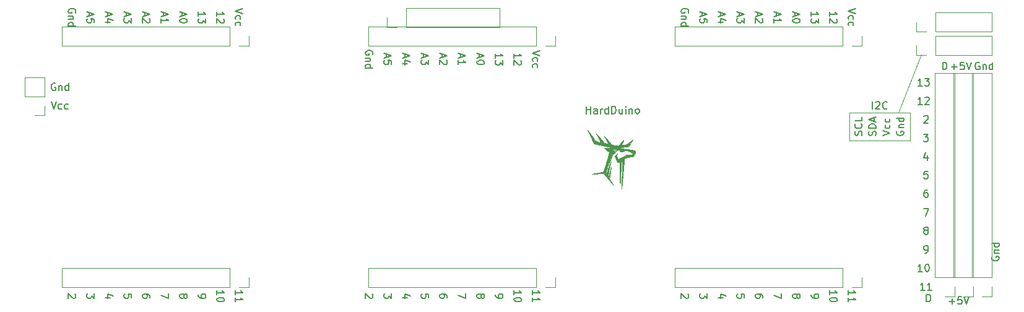
<source format=gbr>
G04 #@! TF.GenerationSoftware,KiCad,Pcbnew,(5.1.8)-1*
G04 #@! TF.CreationDate,2020-11-11T23:30:57+03:00*
G04 #@! TF.ProjectId,h3xSv2,68337853-7632-42e6-9b69-6361645f7063,rev?*
G04 #@! TF.SameCoordinates,Original*
G04 #@! TF.FileFunction,Legend,Top*
G04 #@! TF.FilePolarity,Positive*
%FSLAX46Y46*%
G04 Gerber Fmt 4.6, Leading zero omitted, Abs format (unit mm)*
G04 Created by KiCad (PCBNEW (5.1.8)-1) date 2020-11-11 23:30:57*
%MOMM*%
%LPD*%
G01*
G04 APERTURE LIST*
%ADD10C,0.150000*%
%ADD11C,0.120000*%
%ADD12C,0.100000*%
G04 APERTURE END LIST*
D10*
X162615595Y-64269880D02*
X162615595Y-63269880D01*
X162853690Y-63269880D01*
X162996547Y-63317500D01*
X163091785Y-63412738D01*
X163139404Y-63507976D01*
X163187023Y-63698452D01*
X163187023Y-63841309D01*
X163139404Y-64031785D01*
X163091785Y-64127023D01*
X162996547Y-64222261D01*
X162853690Y-64269880D01*
X162615595Y-64269880D01*
X165719285Y-64206428D02*
X166481190Y-64206428D01*
X166100238Y-64587380D02*
X166100238Y-63825476D01*
X167433571Y-63587380D02*
X166957380Y-63587380D01*
X166909761Y-64063571D01*
X166957380Y-64015952D01*
X167052619Y-63968333D01*
X167290714Y-63968333D01*
X167385952Y-64015952D01*
X167433571Y-64063571D01*
X167481190Y-64158809D01*
X167481190Y-64396904D01*
X167433571Y-64492142D01*
X167385952Y-64539761D01*
X167290714Y-64587380D01*
X167052619Y-64587380D01*
X166957380Y-64539761D01*
X166909761Y-64492142D01*
X167766904Y-63587380D02*
X168100238Y-64587380D01*
X168433571Y-63587380D01*
X171585000Y-58110357D02*
X171537380Y-58205595D01*
X171537380Y-58348452D01*
X171585000Y-58491309D01*
X171680238Y-58586547D01*
X171775476Y-58634166D01*
X171965952Y-58681785D01*
X172108809Y-58681785D01*
X172299285Y-58634166D01*
X172394523Y-58586547D01*
X172489761Y-58491309D01*
X172537380Y-58348452D01*
X172537380Y-58253214D01*
X172489761Y-58110357D01*
X172442142Y-58062738D01*
X172108809Y-58062738D01*
X172108809Y-58253214D01*
X171870714Y-57634166D02*
X172537380Y-57634166D01*
X171965952Y-57634166D02*
X171918333Y-57586547D01*
X171870714Y-57491309D01*
X171870714Y-57348452D01*
X171918333Y-57253214D01*
X172013571Y-57205595D01*
X172537380Y-57205595D01*
X172537380Y-56300833D02*
X171537380Y-56300833D01*
X172489761Y-56300833D02*
X172537380Y-56396071D01*
X172537380Y-56586547D01*
X172489761Y-56681785D01*
X172442142Y-56729404D01*
X172346904Y-56777023D01*
X172061190Y-56777023D01*
X171965952Y-56729404D01*
X171918333Y-56681785D01*
X171870714Y-56586547D01*
X171870714Y-56396071D01*
X171918333Y-56300833D01*
X65587619Y-25209523D02*
X65587619Y-24638095D01*
X65587619Y-24923809D02*
X66587619Y-24923809D01*
X66444761Y-24828571D01*
X66349523Y-24733333D01*
X66301904Y-24638095D01*
X66492380Y-25590476D02*
X66540000Y-25638095D01*
X66587619Y-25733333D01*
X66587619Y-25971428D01*
X66540000Y-26066666D01*
X66492380Y-26114285D01*
X66397142Y-26161904D01*
X66301904Y-26161904D01*
X66159047Y-26114285D01*
X65587619Y-25542857D01*
X65587619Y-26161904D01*
X63047619Y-25209523D02*
X63047619Y-24638095D01*
X63047619Y-24923809D02*
X64047619Y-24923809D01*
X63904761Y-24828571D01*
X63809523Y-24733333D01*
X63761904Y-24638095D01*
X64047619Y-25542857D02*
X64047619Y-26161904D01*
X63666666Y-25828571D01*
X63666666Y-25971428D01*
X63619047Y-26066666D01*
X63571428Y-26114285D01*
X63476190Y-26161904D01*
X63238095Y-26161904D01*
X63142857Y-26114285D01*
X63095238Y-26066666D01*
X63047619Y-25971428D01*
X63047619Y-25685714D01*
X63095238Y-25590476D01*
X63142857Y-25542857D01*
X69127619Y-24209523D02*
X68127619Y-24542857D01*
X69127619Y-24876190D01*
X68175238Y-25638095D02*
X68127619Y-25542857D01*
X68127619Y-25352380D01*
X68175238Y-25257142D01*
X68222857Y-25209523D01*
X68318095Y-25161904D01*
X68603809Y-25161904D01*
X68699047Y-25209523D01*
X68746666Y-25257142D01*
X68794285Y-25352380D01*
X68794285Y-25542857D01*
X68746666Y-25638095D01*
X68175238Y-26495238D02*
X68127619Y-26400000D01*
X68127619Y-26209523D01*
X68175238Y-26114285D01*
X68222857Y-26066666D01*
X68318095Y-26019047D01*
X68603809Y-26019047D01*
X68699047Y-26066666D01*
X68746666Y-26114285D01*
X68794285Y-26209523D01*
X68794285Y-26400000D01*
X68746666Y-26495238D01*
X60793333Y-24685714D02*
X60793333Y-25161904D01*
X60507619Y-24590476D02*
X61507619Y-24923809D01*
X60507619Y-25257142D01*
X61507619Y-25780952D02*
X61507619Y-25876190D01*
X61460000Y-25971428D01*
X61412380Y-26019047D01*
X61317142Y-26066666D01*
X61126666Y-26114285D01*
X60888571Y-26114285D01*
X60698095Y-26066666D01*
X60602857Y-26019047D01*
X60555238Y-25971428D01*
X60507619Y-25876190D01*
X60507619Y-25780952D01*
X60555238Y-25685714D01*
X60602857Y-25638095D01*
X60698095Y-25590476D01*
X60888571Y-25542857D01*
X61126666Y-25542857D01*
X61317142Y-25590476D01*
X61412380Y-25638095D01*
X61460000Y-25685714D01*
X61507619Y-25780952D01*
X58253333Y-24685714D02*
X58253333Y-25161904D01*
X57967619Y-24590476D02*
X58967619Y-24923809D01*
X57967619Y-25257142D01*
X57967619Y-26114285D02*
X57967619Y-25542857D01*
X57967619Y-25828571D02*
X58967619Y-25828571D01*
X58824761Y-25733333D01*
X58729523Y-25638095D01*
X58681904Y-25542857D01*
X55713333Y-24685714D02*
X55713333Y-25161904D01*
X55427619Y-24590476D02*
X56427619Y-24923809D01*
X55427619Y-25257142D01*
X56332380Y-25542857D02*
X56380000Y-25590476D01*
X56427619Y-25685714D01*
X56427619Y-25923809D01*
X56380000Y-26019047D01*
X56332380Y-26066666D01*
X56237142Y-26114285D01*
X56141904Y-26114285D01*
X55999047Y-26066666D01*
X55427619Y-25495238D01*
X55427619Y-26114285D01*
X53173333Y-24685714D02*
X53173333Y-25161904D01*
X52887619Y-24590476D02*
X53887619Y-24923809D01*
X52887619Y-25257142D01*
X53887619Y-25495238D02*
X53887619Y-26114285D01*
X53506666Y-25780952D01*
X53506666Y-25923809D01*
X53459047Y-26019047D01*
X53411428Y-26066666D01*
X53316190Y-26114285D01*
X53078095Y-26114285D01*
X52982857Y-26066666D01*
X52935238Y-26019047D01*
X52887619Y-25923809D01*
X52887619Y-25638095D01*
X52935238Y-25542857D01*
X52982857Y-25495238D01*
X50633333Y-24685714D02*
X50633333Y-25161904D01*
X50347619Y-24590476D02*
X51347619Y-24923809D01*
X50347619Y-25257142D01*
X51014285Y-26019047D02*
X50347619Y-26019047D01*
X51395238Y-25780952D02*
X50680952Y-25542857D01*
X50680952Y-26161904D01*
X48093333Y-24685714D02*
X48093333Y-25161904D01*
X47807619Y-24590476D02*
X48807619Y-24923809D01*
X47807619Y-25257142D01*
X48807619Y-26066666D02*
X48807619Y-25590476D01*
X48331428Y-25542857D01*
X48379047Y-25590476D01*
X48426666Y-25685714D01*
X48426666Y-25923809D01*
X48379047Y-26019047D01*
X48331428Y-26066666D01*
X48236190Y-26114285D01*
X47998095Y-26114285D01*
X47902857Y-26066666D01*
X47855238Y-26019047D01*
X47807619Y-25923809D01*
X47807619Y-25685714D01*
X47855238Y-25590476D01*
X47902857Y-25542857D01*
X46220000Y-24757142D02*
X46267619Y-24661904D01*
X46267619Y-24519047D01*
X46220000Y-24376190D01*
X46124761Y-24280952D01*
X46029523Y-24233333D01*
X45839047Y-24185714D01*
X45696190Y-24185714D01*
X45505714Y-24233333D01*
X45410476Y-24280952D01*
X45315238Y-24376190D01*
X45267619Y-24519047D01*
X45267619Y-24614285D01*
X45315238Y-24757142D01*
X45362857Y-24804761D01*
X45696190Y-24804761D01*
X45696190Y-24614285D01*
X45934285Y-25233333D02*
X45267619Y-25233333D01*
X45839047Y-25233333D02*
X45886666Y-25280952D01*
X45934285Y-25376190D01*
X45934285Y-25519047D01*
X45886666Y-25614285D01*
X45791428Y-25661904D01*
X45267619Y-25661904D01*
X45267619Y-26566666D02*
X46267619Y-26566666D01*
X45315238Y-26566666D02*
X45267619Y-26471428D01*
X45267619Y-26280952D01*
X45315238Y-26185714D01*
X45362857Y-26138095D01*
X45458095Y-26090476D01*
X45743809Y-26090476D01*
X45839047Y-26138095D01*
X45886666Y-26185714D01*
X45934285Y-26280952D01*
X45934285Y-26471428D01*
X45886666Y-26566666D01*
X68127619Y-63309523D02*
X68127619Y-62738095D01*
X68127619Y-63023809D02*
X69127619Y-63023809D01*
X68984761Y-62928571D01*
X68889523Y-62833333D01*
X68841904Y-62738095D01*
X68127619Y-64261904D02*
X68127619Y-63690476D01*
X68127619Y-63976190D02*
X69127619Y-63976190D01*
X68984761Y-63880952D01*
X68889523Y-63785714D01*
X68841904Y-63690476D01*
X65587619Y-63309523D02*
X65587619Y-62738095D01*
X65587619Y-63023809D02*
X66587619Y-63023809D01*
X66444761Y-62928571D01*
X66349523Y-62833333D01*
X66301904Y-62738095D01*
X66587619Y-63928571D02*
X66587619Y-64023809D01*
X66540000Y-64119047D01*
X66492380Y-64166666D01*
X66397142Y-64214285D01*
X66206666Y-64261904D01*
X65968571Y-64261904D01*
X65778095Y-64214285D01*
X65682857Y-64166666D01*
X65635238Y-64119047D01*
X65587619Y-64023809D01*
X65587619Y-63928571D01*
X65635238Y-63833333D01*
X65682857Y-63785714D01*
X65778095Y-63738095D01*
X65968571Y-63690476D01*
X66206666Y-63690476D01*
X66397142Y-63738095D01*
X66492380Y-63785714D01*
X66540000Y-63833333D01*
X66587619Y-63928571D01*
X63047619Y-63309523D02*
X63047619Y-63500000D01*
X63095238Y-63595238D01*
X63142857Y-63642857D01*
X63285714Y-63738095D01*
X63476190Y-63785714D01*
X63857142Y-63785714D01*
X63952380Y-63738095D01*
X64000000Y-63690476D01*
X64047619Y-63595238D01*
X64047619Y-63404761D01*
X64000000Y-63309523D01*
X63952380Y-63261904D01*
X63857142Y-63214285D01*
X63619047Y-63214285D01*
X63523809Y-63261904D01*
X63476190Y-63309523D01*
X63428571Y-63404761D01*
X63428571Y-63595238D01*
X63476190Y-63690476D01*
X63523809Y-63738095D01*
X63619047Y-63785714D01*
X61079047Y-63404761D02*
X61126666Y-63309523D01*
X61174285Y-63261904D01*
X61269523Y-63214285D01*
X61317142Y-63214285D01*
X61412380Y-63261904D01*
X61460000Y-63309523D01*
X61507619Y-63404761D01*
X61507619Y-63595238D01*
X61460000Y-63690476D01*
X61412380Y-63738095D01*
X61317142Y-63785714D01*
X61269523Y-63785714D01*
X61174285Y-63738095D01*
X61126666Y-63690476D01*
X61079047Y-63595238D01*
X61079047Y-63404761D01*
X61031428Y-63309523D01*
X60983809Y-63261904D01*
X60888571Y-63214285D01*
X60698095Y-63214285D01*
X60602857Y-63261904D01*
X60555238Y-63309523D01*
X60507619Y-63404761D01*
X60507619Y-63595238D01*
X60555238Y-63690476D01*
X60602857Y-63738095D01*
X60698095Y-63785714D01*
X60888571Y-63785714D01*
X60983809Y-63738095D01*
X61031428Y-63690476D01*
X61079047Y-63595238D01*
X58967619Y-63166666D02*
X58967619Y-63833333D01*
X57967619Y-63404761D01*
X56427619Y-63690476D02*
X56427619Y-63500000D01*
X56380000Y-63404761D01*
X56332380Y-63357142D01*
X56189523Y-63261904D01*
X55999047Y-63214285D01*
X55618095Y-63214285D01*
X55522857Y-63261904D01*
X55475238Y-63309523D01*
X55427619Y-63404761D01*
X55427619Y-63595238D01*
X55475238Y-63690476D01*
X55522857Y-63738095D01*
X55618095Y-63785714D01*
X55856190Y-63785714D01*
X55951428Y-63738095D01*
X55999047Y-63690476D01*
X56046666Y-63595238D01*
X56046666Y-63404761D01*
X55999047Y-63309523D01*
X55951428Y-63261904D01*
X55856190Y-63214285D01*
X53887619Y-63738095D02*
X53887619Y-63261904D01*
X53411428Y-63214285D01*
X53459047Y-63261904D01*
X53506666Y-63357142D01*
X53506666Y-63595238D01*
X53459047Y-63690476D01*
X53411428Y-63738095D01*
X53316190Y-63785714D01*
X53078095Y-63785714D01*
X52982857Y-63738095D01*
X52935238Y-63690476D01*
X52887619Y-63595238D01*
X52887619Y-63357142D01*
X52935238Y-63261904D01*
X52982857Y-63214285D01*
X51014285Y-63690476D02*
X50347619Y-63690476D01*
X51395238Y-63452380D02*
X50680952Y-63214285D01*
X50680952Y-63833333D01*
X48807619Y-63166666D02*
X48807619Y-63785714D01*
X48426666Y-63452380D01*
X48426666Y-63595238D01*
X48379047Y-63690476D01*
X48331428Y-63738095D01*
X48236190Y-63785714D01*
X47998095Y-63785714D01*
X47902857Y-63738095D01*
X47855238Y-63690476D01*
X47807619Y-63595238D01*
X47807619Y-63309523D01*
X47855238Y-63214285D01*
X47902857Y-63166666D01*
X46172380Y-63214285D02*
X46220000Y-63261904D01*
X46267619Y-63357142D01*
X46267619Y-63595238D01*
X46220000Y-63690476D01*
X46172380Y-63738095D01*
X46077142Y-63785714D01*
X45981904Y-63785714D01*
X45839047Y-63738095D01*
X45267619Y-63166666D01*
X45267619Y-63785714D01*
X162052023Y-60142380D02*
X161480595Y-60142380D01*
X161766309Y-60142380D02*
X161766309Y-59142380D01*
X161671071Y-59285238D01*
X161575833Y-59380476D01*
X161480595Y-59428095D01*
X162671071Y-59142380D02*
X162766309Y-59142380D01*
X162861547Y-59190000D01*
X162909166Y-59237619D01*
X162956785Y-59332857D01*
X163004404Y-59523333D01*
X163004404Y-59761428D01*
X162956785Y-59951904D01*
X162909166Y-60047142D01*
X162861547Y-60094761D01*
X162766309Y-60142380D01*
X162671071Y-60142380D01*
X162575833Y-60094761D01*
X162528214Y-60047142D01*
X162480595Y-59951904D01*
X162432976Y-59761428D01*
X162432976Y-59523333D01*
X162480595Y-59332857D01*
X162528214Y-59237619D01*
X162575833Y-59190000D01*
X162671071Y-59142380D01*
X162369523Y-57602380D02*
X162560000Y-57602380D01*
X162655238Y-57554761D01*
X162702857Y-57507142D01*
X162798095Y-57364285D01*
X162845714Y-57173809D01*
X162845714Y-56792857D01*
X162798095Y-56697619D01*
X162750476Y-56650000D01*
X162655238Y-56602380D01*
X162464761Y-56602380D01*
X162369523Y-56650000D01*
X162321904Y-56697619D01*
X162274285Y-56792857D01*
X162274285Y-57030952D01*
X162321904Y-57126190D01*
X162369523Y-57173809D01*
X162464761Y-57221428D01*
X162655238Y-57221428D01*
X162750476Y-57173809D01*
X162798095Y-57126190D01*
X162845714Y-57030952D01*
X162464761Y-54490952D02*
X162369523Y-54443333D01*
X162321904Y-54395714D01*
X162274285Y-54300476D01*
X162274285Y-54252857D01*
X162321904Y-54157619D01*
X162369523Y-54110000D01*
X162464761Y-54062380D01*
X162655238Y-54062380D01*
X162750476Y-54110000D01*
X162798095Y-54157619D01*
X162845714Y-54252857D01*
X162845714Y-54300476D01*
X162798095Y-54395714D01*
X162750476Y-54443333D01*
X162655238Y-54490952D01*
X162464761Y-54490952D01*
X162369523Y-54538571D01*
X162321904Y-54586190D01*
X162274285Y-54681428D01*
X162274285Y-54871904D01*
X162321904Y-54967142D01*
X162369523Y-55014761D01*
X162464761Y-55062380D01*
X162655238Y-55062380D01*
X162750476Y-55014761D01*
X162798095Y-54967142D01*
X162845714Y-54871904D01*
X162845714Y-54681428D01*
X162798095Y-54586190D01*
X162750476Y-54538571D01*
X162655238Y-54490952D01*
X162226666Y-51522380D02*
X162893333Y-51522380D01*
X162464761Y-52522380D01*
X162750476Y-48982380D02*
X162560000Y-48982380D01*
X162464761Y-49030000D01*
X162417142Y-49077619D01*
X162321904Y-49220476D01*
X162274285Y-49410952D01*
X162274285Y-49791904D01*
X162321904Y-49887142D01*
X162369523Y-49934761D01*
X162464761Y-49982380D01*
X162655238Y-49982380D01*
X162750476Y-49934761D01*
X162798095Y-49887142D01*
X162845714Y-49791904D01*
X162845714Y-49553809D01*
X162798095Y-49458571D01*
X162750476Y-49410952D01*
X162655238Y-49363333D01*
X162464761Y-49363333D01*
X162369523Y-49410952D01*
X162321904Y-49458571D01*
X162274285Y-49553809D01*
X162798095Y-46442380D02*
X162321904Y-46442380D01*
X162274285Y-46918571D01*
X162321904Y-46870952D01*
X162417142Y-46823333D01*
X162655238Y-46823333D01*
X162750476Y-46870952D01*
X162798095Y-46918571D01*
X162845714Y-47013809D01*
X162845714Y-47251904D01*
X162798095Y-47347142D01*
X162750476Y-47394761D01*
X162655238Y-47442380D01*
X162417142Y-47442380D01*
X162321904Y-47394761D01*
X162274285Y-47347142D01*
X162750476Y-44235714D02*
X162750476Y-44902380D01*
X162512380Y-43854761D02*
X162274285Y-44569047D01*
X162893333Y-44569047D01*
X162226666Y-41362380D02*
X162845714Y-41362380D01*
X162512380Y-41743333D01*
X162655238Y-41743333D01*
X162750476Y-41790952D01*
X162798095Y-41838571D01*
X162845714Y-41933809D01*
X162845714Y-42171904D01*
X162798095Y-42267142D01*
X162750476Y-42314761D01*
X162655238Y-42362380D01*
X162369523Y-42362380D01*
X162274285Y-42314761D01*
X162226666Y-42267142D01*
X162052023Y-34742380D02*
X161480595Y-34742380D01*
X161766309Y-34742380D02*
X161766309Y-33742380D01*
X161671071Y-33885238D01*
X161575833Y-33980476D01*
X161480595Y-34028095D01*
X162385357Y-33742380D02*
X163004404Y-33742380D01*
X162671071Y-34123333D01*
X162813928Y-34123333D01*
X162909166Y-34170952D01*
X162956785Y-34218571D01*
X163004404Y-34313809D01*
X163004404Y-34551904D01*
X162956785Y-34647142D01*
X162909166Y-34694761D01*
X162813928Y-34742380D01*
X162528214Y-34742380D01*
X162432976Y-34694761D01*
X162385357Y-34647142D01*
D11*
X158750000Y-38417500D02*
X161925000Y-30480000D01*
D10*
X162052023Y-37282380D02*
X161480595Y-37282380D01*
X161766309Y-37282380D02*
X161766309Y-36282380D01*
X161671071Y-36425238D01*
X161575833Y-36520476D01*
X161480595Y-36568095D01*
X162432976Y-36377619D02*
X162480595Y-36330000D01*
X162575833Y-36282380D01*
X162813928Y-36282380D01*
X162909166Y-36330000D01*
X162956785Y-36377619D01*
X163004404Y-36472857D01*
X163004404Y-36568095D01*
X162956785Y-36710952D01*
X162385357Y-37282380D01*
X163004404Y-37282380D01*
X162274285Y-38917619D02*
X162321904Y-38870000D01*
X162417142Y-38822380D01*
X162655238Y-38822380D01*
X162750476Y-38870000D01*
X162798095Y-38917619D01*
X162845714Y-39012857D01*
X162845714Y-39108095D01*
X162798095Y-39250952D01*
X162226666Y-39822380D01*
X162845714Y-39822380D01*
X162369523Y-62682380D02*
X161798095Y-62682380D01*
X162083809Y-62682380D02*
X162083809Y-61682380D01*
X161988571Y-61825238D01*
X161893333Y-61920476D01*
X161798095Y-61968095D01*
X163321904Y-62682380D02*
X162750476Y-62682380D01*
X163036190Y-62682380D02*
X163036190Y-61682380D01*
X162940952Y-61825238D01*
X162845714Y-61920476D01*
X162750476Y-61968095D01*
X169854642Y-31567500D02*
X169759404Y-31519880D01*
X169616547Y-31519880D01*
X169473690Y-31567500D01*
X169378452Y-31662738D01*
X169330833Y-31757976D01*
X169283214Y-31948452D01*
X169283214Y-32091309D01*
X169330833Y-32281785D01*
X169378452Y-32377023D01*
X169473690Y-32472261D01*
X169616547Y-32519880D01*
X169711785Y-32519880D01*
X169854642Y-32472261D01*
X169902261Y-32424642D01*
X169902261Y-32091309D01*
X169711785Y-32091309D01*
X170330833Y-31853214D02*
X170330833Y-32519880D01*
X170330833Y-31948452D02*
X170378452Y-31900833D01*
X170473690Y-31853214D01*
X170616547Y-31853214D01*
X170711785Y-31900833D01*
X170759404Y-31996071D01*
X170759404Y-32519880D01*
X171664166Y-32519880D02*
X171664166Y-31519880D01*
X171664166Y-32472261D02*
X171568928Y-32519880D01*
X171378452Y-32519880D01*
X171283214Y-32472261D01*
X171235595Y-32424642D01*
X171187976Y-32329404D01*
X171187976Y-32043690D01*
X171235595Y-31948452D01*
X171283214Y-31900833D01*
X171378452Y-31853214D01*
X171568928Y-31853214D01*
X171664166Y-31900833D01*
X166036785Y-32138928D02*
X166798690Y-32138928D01*
X166417738Y-32519880D02*
X166417738Y-31757976D01*
X167751071Y-31519880D02*
X167274880Y-31519880D01*
X167227261Y-31996071D01*
X167274880Y-31948452D01*
X167370119Y-31900833D01*
X167608214Y-31900833D01*
X167703452Y-31948452D01*
X167751071Y-31996071D01*
X167798690Y-32091309D01*
X167798690Y-32329404D01*
X167751071Y-32424642D01*
X167703452Y-32472261D01*
X167608214Y-32519880D01*
X167370119Y-32519880D01*
X167274880Y-32472261D01*
X167227261Y-32424642D01*
X168084404Y-31519880D02*
X168417738Y-32519880D01*
X168751071Y-31519880D01*
X164838095Y-32519880D02*
X164838095Y-31519880D01*
X165076190Y-31519880D01*
X165219047Y-31567500D01*
X165314285Y-31662738D01*
X165361904Y-31757976D01*
X165409523Y-31948452D01*
X165409523Y-32091309D01*
X165361904Y-32281785D01*
X165314285Y-32377023D01*
X165219047Y-32472261D01*
X165076190Y-32519880D01*
X164838095Y-32519880D01*
X42942023Y-36917380D02*
X43275357Y-37917380D01*
X43608690Y-36917380D01*
X44370595Y-37869761D02*
X44275357Y-37917380D01*
X44084880Y-37917380D01*
X43989642Y-37869761D01*
X43942023Y-37822142D01*
X43894404Y-37726904D01*
X43894404Y-37441190D01*
X43942023Y-37345952D01*
X43989642Y-37298333D01*
X44084880Y-37250714D01*
X44275357Y-37250714D01*
X44370595Y-37298333D01*
X45227738Y-37869761D02*
X45132500Y-37917380D01*
X44942023Y-37917380D01*
X44846785Y-37869761D01*
X44799166Y-37822142D01*
X44751547Y-37726904D01*
X44751547Y-37441190D01*
X44799166Y-37345952D01*
X44846785Y-37298333D01*
X44942023Y-37250714D01*
X45132500Y-37250714D01*
X45227738Y-37298333D01*
X43489642Y-34425000D02*
X43394404Y-34377380D01*
X43251547Y-34377380D01*
X43108690Y-34425000D01*
X43013452Y-34520238D01*
X42965833Y-34615476D01*
X42918214Y-34805952D01*
X42918214Y-34948809D01*
X42965833Y-35139285D01*
X43013452Y-35234523D01*
X43108690Y-35329761D01*
X43251547Y-35377380D01*
X43346785Y-35377380D01*
X43489642Y-35329761D01*
X43537261Y-35282142D01*
X43537261Y-34948809D01*
X43346785Y-34948809D01*
X43965833Y-34710714D02*
X43965833Y-35377380D01*
X43965833Y-34805952D02*
X44013452Y-34758333D01*
X44108690Y-34710714D01*
X44251547Y-34710714D01*
X44346785Y-34758333D01*
X44394404Y-34853571D01*
X44394404Y-35377380D01*
X45299166Y-35377380D02*
X45299166Y-34377380D01*
X45299166Y-35329761D02*
X45203928Y-35377380D01*
X45013452Y-35377380D01*
X44918214Y-35329761D01*
X44870595Y-35282142D01*
X44822976Y-35186904D01*
X44822976Y-34901190D01*
X44870595Y-34805952D01*
X44918214Y-34758333D01*
X45013452Y-34710714D01*
X45203928Y-34710714D01*
X45299166Y-34758333D01*
X129992380Y-63214285D02*
X130040000Y-63261904D01*
X130087619Y-63357142D01*
X130087619Y-63595238D01*
X130040000Y-63690476D01*
X129992380Y-63738095D01*
X129897142Y-63785714D01*
X129801904Y-63785714D01*
X129659047Y-63738095D01*
X129087619Y-63166666D01*
X129087619Y-63785714D01*
X132627619Y-63166666D02*
X132627619Y-63785714D01*
X132246666Y-63452380D01*
X132246666Y-63595238D01*
X132199047Y-63690476D01*
X132151428Y-63738095D01*
X132056190Y-63785714D01*
X131818095Y-63785714D01*
X131722857Y-63738095D01*
X131675238Y-63690476D01*
X131627619Y-63595238D01*
X131627619Y-63309523D01*
X131675238Y-63214285D01*
X131722857Y-63166666D01*
X134834285Y-63690476D02*
X134167619Y-63690476D01*
X135215238Y-63452380D02*
X134500952Y-63214285D01*
X134500952Y-63833333D01*
X137707619Y-63738095D02*
X137707619Y-63261904D01*
X137231428Y-63214285D01*
X137279047Y-63261904D01*
X137326666Y-63357142D01*
X137326666Y-63595238D01*
X137279047Y-63690476D01*
X137231428Y-63738095D01*
X137136190Y-63785714D01*
X136898095Y-63785714D01*
X136802857Y-63738095D01*
X136755238Y-63690476D01*
X136707619Y-63595238D01*
X136707619Y-63357142D01*
X136755238Y-63261904D01*
X136802857Y-63214285D01*
X140247619Y-63690476D02*
X140247619Y-63500000D01*
X140200000Y-63404761D01*
X140152380Y-63357142D01*
X140009523Y-63261904D01*
X139819047Y-63214285D01*
X139438095Y-63214285D01*
X139342857Y-63261904D01*
X139295238Y-63309523D01*
X139247619Y-63404761D01*
X139247619Y-63595238D01*
X139295238Y-63690476D01*
X139342857Y-63738095D01*
X139438095Y-63785714D01*
X139676190Y-63785714D01*
X139771428Y-63738095D01*
X139819047Y-63690476D01*
X139866666Y-63595238D01*
X139866666Y-63404761D01*
X139819047Y-63309523D01*
X139771428Y-63261904D01*
X139676190Y-63214285D01*
X142787619Y-63166666D02*
X142787619Y-63833333D01*
X141787619Y-63404761D01*
X144899047Y-63404761D02*
X144946666Y-63309523D01*
X144994285Y-63261904D01*
X145089523Y-63214285D01*
X145137142Y-63214285D01*
X145232380Y-63261904D01*
X145280000Y-63309523D01*
X145327619Y-63404761D01*
X145327619Y-63595238D01*
X145280000Y-63690476D01*
X145232380Y-63738095D01*
X145137142Y-63785714D01*
X145089523Y-63785714D01*
X144994285Y-63738095D01*
X144946666Y-63690476D01*
X144899047Y-63595238D01*
X144899047Y-63404761D01*
X144851428Y-63309523D01*
X144803809Y-63261904D01*
X144708571Y-63214285D01*
X144518095Y-63214285D01*
X144422857Y-63261904D01*
X144375238Y-63309523D01*
X144327619Y-63404761D01*
X144327619Y-63595238D01*
X144375238Y-63690476D01*
X144422857Y-63738095D01*
X144518095Y-63785714D01*
X144708571Y-63785714D01*
X144803809Y-63738095D01*
X144851428Y-63690476D01*
X144899047Y-63595238D01*
X146867619Y-63309523D02*
X146867619Y-63500000D01*
X146915238Y-63595238D01*
X146962857Y-63642857D01*
X147105714Y-63738095D01*
X147296190Y-63785714D01*
X147677142Y-63785714D01*
X147772380Y-63738095D01*
X147820000Y-63690476D01*
X147867619Y-63595238D01*
X147867619Y-63404761D01*
X147820000Y-63309523D01*
X147772380Y-63261904D01*
X147677142Y-63214285D01*
X147439047Y-63214285D01*
X147343809Y-63261904D01*
X147296190Y-63309523D01*
X147248571Y-63404761D01*
X147248571Y-63595238D01*
X147296190Y-63690476D01*
X147343809Y-63738095D01*
X147439047Y-63785714D01*
X149407619Y-63309523D02*
X149407619Y-62738095D01*
X149407619Y-63023809D02*
X150407619Y-63023809D01*
X150264761Y-62928571D01*
X150169523Y-62833333D01*
X150121904Y-62738095D01*
X150407619Y-63928571D02*
X150407619Y-64023809D01*
X150360000Y-64119047D01*
X150312380Y-64166666D01*
X150217142Y-64214285D01*
X150026666Y-64261904D01*
X149788571Y-64261904D01*
X149598095Y-64214285D01*
X149502857Y-64166666D01*
X149455238Y-64119047D01*
X149407619Y-64023809D01*
X149407619Y-63928571D01*
X149455238Y-63833333D01*
X149502857Y-63785714D01*
X149598095Y-63738095D01*
X149788571Y-63690476D01*
X150026666Y-63690476D01*
X150217142Y-63738095D01*
X150312380Y-63785714D01*
X150360000Y-63833333D01*
X150407619Y-63928571D01*
X151947619Y-63309523D02*
X151947619Y-62738095D01*
X151947619Y-63023809D02*
X152947619Y-63023809D01*
X152804761Y-62928571D01*
X152709523Y-62833333D01*
X152661904Y-62738095D01*
X151947619Y-64261904D02*
X151947619Y-63690476D01*
X151947619Y-63976190D02*
X152947619Y-63976190D01*
X152804761Y-63880952D01*
X152709523Y-63785714D01*
X152661904Y-63690476D01*
X149407619Y-25209523D02*
X149407619Y-24638095D01*
X149407619Y-24923809D02*
X150407619Y-24923809D01*
X150264761Y-24828571D01*
X150169523Y-24733333D01*
X150121904Y-24638095D01*
X150312380Y-25590476D02*
X150360000Y-25638095D01*
X150407619Y-25733333D01*
X150407619Y-25971428D01*
X150360000Y-26066666D01*
X150312380Y-26114285D01*
X150217142Y-26161904D01*
X150121904Y-26161904D01*
X149979047Y-26114285D01*
X149407619Y-25542857D01*
X149407619Y-26161904D01*
X146867619Y-25209523D02*
X146867619Y-24638095D01*
X146867619Y-24923809D02*
X147867619Y-24923809D01*
X147724761Y-24828571D01*
X147629523Y-24733333D01*
X147581904Y-24638095D01*
X147867619Y-25542857D02*
X147867619Y-26161904D01*
X147486666Y-25828571D01*
X147486666Y-25971428D01*
X147439047Y-26066666D01*
X147391428Y-26114285D01*
X147296190Y-26161904D01*
X147058095Y-26161904D01*
X146962857Y-26114285D01*
X146915238Y-26066666D01*
X146867619Y-25971428D01*
X146867619Y-25685714D01*
X146915238Y-25590476D01*
X146962857Y-25542857D01*
X152947619Y-24209523D02*
X151947619Y-24542857D01*
X152947619Y-24876190D01*
X151995238Y-25638095D02*
X151947619Y-25542857D01*
X151947619Y-25352380D01*
X151995238Y-25257142D01*
X152042857Y-25209523D01*
X152138095Y-25161904D01*
X152423809Y-25161904D01*
X152519047Y-25209523D01*
X152566666Y-25257142D01*
X152614285Y-25352380D01*
X152614285Y-25542857D01*
X152566666Y-25638095D01*
X151995238Y-26495238D02*
X151947619Y-26400000D01*
X151947619Y-26209523D01*
X151995238Y-26114285D01*
X152042857Y-26066666D01*
X152138095Y-26019047D01*
X152423809Y-26019047D01*
X152519047Y-26066666D01*
X152566666Y-26114285D01*
X152614285Y-26209523D01*
X152614285Y-26400000D01*
X152566666Y-26495238D01*
X144613333Y-24685714D02*
X144613333Y-25161904D01*
X144327619Y-24590476D02*
X145327619Y-24923809D01*
X144327619Y-25257142D01*
X145327619Y-25780952D02*
X145327619Y-25876190D01*
X145280000Y-25971428D01*
X145232380Y-26019047D01*
X145137142Y-26066666D01*
X144946666Y-26114285D01*
X144708571Y-26114285D01*
X144518095Y-26066666D01*
X144422857Y-26019047D01*
X144375238Y-25971428D01*
X144327619Y-25876190D01*
X144327619Y-25780952D01*
X144375238Y-25685714D01*
X144422857Y-25638095D01*
X144518095Y-25590476D01*
X144708571Y-25542857D01*
X144946666Y-25542857D01*
X145137142Y-25590476D01*
X145232380Y-25638095D01*
X145280000Y-25685714D01*
X145327619Y-25780952D01*
X142073333Y-24685714D02*
X142073333Y-25161904D01*
X141787619Y-24590476D02*
X142787619Y-24923809D01*
X141787619Y-25257142D01*
X141787619Y-26114285D02*
X141787619Y-25542857D01*
X141787619Y-25828571D02*
X142787619Y-25828571D01*
X142644761Y-25733333D01*
X142549523Y-25638095D01*
X142501904Y-25542857D01*
X139533333Y-24685714D02*
X139533333Y-25161904D01*
X139247619Y-24590476D02*
X140247619Y-24923809D01*
X139247619Y-25257142D01*
X140152380Y-25542857D02*
X140200000Y-25590476D01*
X140247619Y-25685714D01*
X140247619Y-25923809D01*
X140200000Y-26019047D01*
X140152380Y-26066666D01*
X140057142Y-26114285D01*
X139961904Y-26114285D01*
X139819047Y-26066666D01*
X139247619Y-25495238D01*
X139247619Y-26114285D01*
X136993333Y-24685714D02*
X136993333Y-25161904D01*
X136707619Y-24590476D02*
X137707619Y-24923809D01*
X136707619Y-25257142D01*
X137707619Y-25495238D02*
X137707619Y-26114285D01*
X137326666Y-25780952D01*
X137326666Y-25923809D01*
X137279047Y-26019047D01*
X137231428Y-26066666D01*
X137136190Y-26114285D01*
X136898095Y-26114285D01*
X136802857Y-26066666D01*
X136755238Y-26019047D01*
X136707619Y-25923809D01*
X136707619Y-25638095D01*
X136755238Y-25542857D01*
X136802857Y-25495238D01*
X134453333Y-24685714D02*
X134453333Y-25161904D01*
X134167619Y-24590476D02*
X135167619Y-24923809D01*
X134167619Y-25257142D01*
X134834285Y-26019047D02*
X134167619Y-26019047D01*
X135215238Y-25780952D02*
X134500952Y-25542857D01*
X134500952Y-26161904D01*
X131913333Y-24685714D02*
X131913333Y-25161904D01*
X131627619Y-24590476D02*
X132627619Y-24923809D01*
X131627619Y-25257142D01*
X132627619Y-26066666D02*
X132627619Y-25590476D01*
X132151428Y-25542857D01*
X132199047Y-25590476D01*
X132246666Y-25685714D01*
X132246666Y-25923809D01*
X132199047Y-26019047D01*
X132151428Y-26066666D01*
X132056190Y-26114285D01*
X131818095Y-26114285D01*
X131722857Y-26066666D01*
X131675238Y-26019047D01*
X131627619Y-25923809D01*
X131627619Y-25685714D01*
X131675238Y-25590476D01*
X131722857Y-25542857D01*
X130040000Y-24757142D02*
X130087619Y-24661904D01*
X130087619Y-24519047D01*
X130040000Y-24376190D01*
X129944761Y-24280952D01*
X129849523Y-24233333D01*
X129659047Y-24185714D01*
X129516190Y-24185714D01*
X129325714Y-24233333D01*
X129230476Y-24280952D01*
X129135238Y-24376190D01*
X129087619Y-24519047D01*
X129087619Y-24614285D01*
X129135238Y-24757142D01*
X129182857Y-24804761D01*
X129516190Y-24804761D01*
X129516190Y-24614285D01*
X129754285Y-25233333D02*
X129087619Y-25233333D01*
X129659047Y-25233333D02*
X129706666Y-25280952D01*
X129754285Y-25376190D01*
X129754285Y-25519047D01*
X129706666Y-25614285D01*
X129611428Y-25661904D01*
X129087619Y-25661904D01*
X129087619Y-26566666D02*
X130087619Y-26566666D01*
X129135238Y-26566666D02*
X129087619Y-26471428D01*
X129087619Y-26280952D01*
X129135238Y-26185714D01*
X129182857Y-26138095D01*
X129278095Y-26090476D01*
X129563809Y-26090476D01*
X129659047Y-26138095D01*
X129706666Y-26185714D01*
X129754285Y-26280952D01*
X129754285Y-26471428D01*
X129706666Y-26566666D01*
D12*
G36*
X117000000Y-41785000D02*
G01*
X117220000Y-42105000D01*
X117410000Y-42285000D01*
X117470000Y-42325000D01*
X117900000Y-42455000D01*
X117940000Y-42435000D01*
X117940000Y-42345000D01*
X117750000Y-41915000D01*
X117450000Y-41265000D01*
X118260000Y-42255000D01*
X118460000Y-42475000D01*
X118580000Y-42575000D01*
X118660000Y-42605000D01*
X118840000Y-42615000D01*
X119060000Y-42675000D01*
X119020000Y-42555000D01*
X118510000Y-41665000D01*
X119280000Y-42505000D01*
X119440000Y-42695000D01*
X119530000Y-42775000D01*
X119640000Y-42825000D01*
X120080000Y-42875000D01*
X120540000Y-42895000D01*
X121020000Y-42295000D01*
X121170000Y-42145000D01*
X121160000Y-42225000D01*
X121020000Y-42555000D01*
X120940000Y-42725000D01*
X120930000Y-42805000D01*
X121010000Y-42815000D01*
X121410000Y-42795000D01*
X121760000Y-42685000D01*
X122430000Y-42115000D01*
X122310000Y-42405000D01*
X121880000Y-43055000D01*
X121550000Y-43115000D01*
X120940000Y-43165000D01*
X120750000Y-43235000D01*
X120970000Y-43295000D01*
X122300000Y-43515000D01*
X122620000Y-43585000D01*
X122750000Y-43685000D01*
X122770000Y-43855000D01*
X122750000Y-44015000D01*
X122690000Y-44095000D01*
X122640000Y-44115000D01*
X122600000Y-44195000D01*
X122600000Y-44295000D01*
X122540000Y-44345000D01*
X122350000Y-44395000D01*
X121730000Y-44505000D01*
X121440000Y-44585000D01*
X121310000Y-44705000D01*
X121280000Y-44765000D01*
X121250000Y-44915000D01*
X121260000Y-45085000D01*
X120930000Y-48855000D01*
X120980000Y-45465000D01*
X120970000Y-45185000D01*
X120960000Y-44995000D01*
X120950000Y-44955000D01*
X120910000Y-44915000D01*
X120860000Y-45035000D01*
X120830000Y-45365000D01*
X120800000Y-45855000D01*
X120770000Y-47235000D01*
X120750000Y-47765000D01*
X120710000Y-48095000D01*
X120680000Y-47915000D01*
X120650000Y-47235000D01*
X120650000Y-46355000D01*
X120630000Y-45135000D01*
X120470000Y-45175000D01*
X120360000Y-45175000D01*
X120290000Y-45125000D01*
X120220000Y-44995000D01*
X119980000Y-44365000D01*
X120290000Y-43965000D01*
X120250000Y-44195000D01*
X120240000Y-44355000D01*
X120240000Y-44425000D01*
X120310000Y-44555000D01*
X120460000Y-44765000D01*
X121370000Y-44375000D01*
X121500000Y-44305000D01*
X121550000Y-44245000D01*
X121440000Y-44205000D01*
X121650000Y-44165000D01*
X122170000Y-44155000D01*
X122290000Y-44135000D01*
X122380000Y-44085000D01*
X122410000Y-44025000D01*
X122380000Y-43905000D01*
X122220000Y-43805000D01*
X121950000Y-43695000D01*
X121550000Y-43615000D01*
X121310000Y-43605000D01*
X121170000Y-43625000D01*
X121120000Y-43665000D01*
X121050000Y-43765000D01*
X121000000Y-43775000D01*
X120940000Y-43775000D01*
X120820000Y-43725000D01*
X120670000Y-43625000D01*
X120630000Y-43565000D01*
X120620000Y-43525000D01*
X120560000Y-43495000D01*
X120480000Y-43465000D01*
X119990000Y-43445000D01*
X119540000Y-43455000D01*
X119400000Y-43475000D01*
X119280000Y-43505000D01*
X119300000Y-43545000D01*
X119510000Y-43585000D01*
X119810000Y-43605000D01*
X120320000Y-43615000D01*
X119900000Y-43765000D01*
X119900000Y-43795000D01*
X120100000Y-43815000D01*
X120110000Y-43845000D01*
X119870000Y-43965000D01*
X119810000Y-44035000D01*
X119680000Y-44225000D01*
X119480000Y-44655000D01*
X119050000Y-45705000D01*
X118830000Y-46355000D01*
X118780000Y-46525000D01*
X118750000Y-46665000D01*
X118800000Y-46745000D01*
X118850000Y-46715000D01*
X118890000Y-46645000D01*
X118980000Y-46425000D01*
X119160000Y-45915000D01*
X119470000Y-45085000D01*
X119430000Y-45345000D01*
X119180000Y-46345000D01*
X119120000Y-46555000D01*
X119060000Y-46895000D01*
X119040000Y-47015000D01*
X119040000Y-47125000D01*
X119090000Y-47185000D01*
X119150000Y-47105000D01*
X119190000Y-46955000D01*
X119290000Y-46585000D01*
X119450000Y-45865000D01*
X119480000Y-45865000D01*
X119330000Y-47025000D01*
X119260000Y-47475000D01*
X119650000Y-48045000D01*
X119810000Y-48345000D01*
X119200000Y-47635000D01*
X118500000Y-46745000D01*
X116860000Y-46815000D01*
X118260000Y-46515000D01*
X118470000Y-46445000D01*
X118550000Y-46225000D01*
X118840000Y-45345000D01*
X119090000Y-44495000D01*
X119250000Y-43825000D01*
X118520000Y-43255000D01*
X118880000Y-43215000D01*
X119330000Y-43235000D01*
X119810000Y-43245000D01*
X117890000Y-42825000D01*
X117090000Y-42635000D01*
X116660000Y-41665000D01*
X116290000Y-40765000D01*
X117000000Y-41785000D01*
G37*
X117000000Y-41785000D02*
X117220000Y-42105000D01*
X117410000Y-42285000D01*
X117470000Y-42325000D01*
X117900000Y-42455000D01*
X117940000Y-42435000D01*
X117940000Y-42345000D01*
X117750000Y-41915000D01*
X117450000Y-41265000D01*
X118260000Y-42255000D01*
X118460000Y-42475000D01*
X118580000Y-42575000D01*
X118660000Y-42605000D01*
X118840000Y-42615000D01*
X119060000Y-42675000D01*
X119020000Y-42555000D01*
X118510000Y-41665000D01*
X119280000Y-42505000D01*
X119440000Y-42695000D01*
X119530000Y-42775000D01*
X119640000Y-42825000D01*
X120080000Y-42875000D01*
X120540000Y-42895000D01*
X121020000Y-42295000D01*
X121170000Y-42145000D01*
X121160000Y-42225000D01*
X121020000Y-42555000D01*
X120940000Y-42725000D01*
X120930000Y-42805000D01*
X121010000Y-42815000D01*
X121410000Y-42795000D01*
X121760000Y-42685000D01*
X122430000Y-42115000D01*
X122310000Y-42405000D01*
X121880000Y-43055000D01*
X121550000Y-43115000D01*
X120940000Y-43165000D01*
X120750000Y-43235000D01*
X120970000Y-43295000D01*
X122300000Y-43515000D01*
X122620000Y-43585000D01*
X122750000Y-43685000D01*
X122770000Y-43855000D01*
X122750000Y-44015000D01*
X122690000Y-44095000D01*
X122640000Y-44115000D01*
X122600000Y-44195000D01*
X122600000Y-44295000D01*
X122540000Y-44345000D01*
X122350000Y-44395000D01*
X121730000Y-44505000D01*
X121440000Y-44585000D01*
X121310000Y-44705000D01*
X121280000Y-44765000D01*
X121250000Y-44915000D01*
X121260000Y-45085000D01*
X120930000Y-48855000D01*
X120980000Y-45465000D01*
X120970000Y-45185000D01*
X120960000Y-44995000D01*
X120950000Y-44955000D01*
X120910000Y-44915000D01*
X120860000Y-45035000D01*
X120830000Y-45365000D01*
X120800000Y-45855000D01*
X120770000Y-47235000D01*
X120750000Y-47765000D01*
X120710000Y-48095000D01*
X120680000Y-47915000D01*
X120650000Y-47235000D01*
X120650000Y-46355000D01*
X120630000Y-45135000D01*
X120470000Y-45175000D01*
X120360000Y-45175000D01*
X120290000Y-45125000D01*
X120220000Y-44995000D01*
X119980000Y-44365000D01*
X120290000Y-43965000D01*
X120250000Y-44195000D01*
X120240000Y-44355000D01*
X120240000Y-44425000D01*
X120310000Y-44555000D01*
X120460000Y-44765000D01*
X121370000Y-44375000D01*
X121500000Y-44305000D01*
X121550000Y-44245000D01*
X121440000Y-44205000D01*
X121650000Y-44165000D01*
X122170000Y-44155000D01*
X122290000Y-44135000D01*
X122380000Y-44085000D01*
X122410000Y-44025000D01*
X122380000Y-43905000D01*
X122220000Y-43805000D01*
X121950000Y-43695000D01*
X121550000Y-43615000D01*
X121310000Y-43605000D01*
X121170000Y-43625000D01*
X121120000Y-43665000D01*
X121050000Y-43765000D01*
X121000000Y-43775000D01*
X120940000Y-43775000D01*
X120820000Y-43725000D01*
X120670000Y-43625000D01*
X120630000Y-43565000D01*
X120620000Y-43525000D01*
X120560000Y-43495000D01*
X120480000Y-43465000D01*
X119990000Y-43445000D01*
X119540000Y-43455000D01*
X119400000Y-43475000D01*
X119280000Y-43505000D01*
X119300000Y-43545000D01*
X119510000Y-43585000D01*
X119810000Y-43605000D01*
X120320000Y-43615000D01*
X119900000Y-43765000D01*
X119900000Y-43795000D01*
X120100000Y-43815000D01*
X120110000Y-43845000D01*
X119870000Y-43965000D01*
X119810000Y-44035000D01*
X119680000Y-44225000D01*
X119480000Y-44655000D01*
X119050000Y-45705000D01*
X118830000Y-46355000D01*
X118780000Y-46525000D01*
X118750000Y-46665000D01*
X118800000Y-46745000D01*
X118850000Y-46715000D01*
X118890000Y-46645000D01*
X118980000Y-46425000D01*
X119160000Y-45915000D01*
X119470000Y-45085000D01*
X119430000Y-45345000D01*
X119180000Y-46345000D01*
X119120000Y-46555000D01*
X119060000Y-46895000D01*
X119040000Y-47015000D01*
X119040000Y-47125000D01*
X119090000Y-47185000D01*
X119150000Y-47105000D01*
X119190000Y-46955000D01*
X119290000Y-46585000D01*
X119450000Y-45865000D01*
X119480000Y-45865000D01*
X119330000Y-47025000D01*
X119260000Y-47475000D01*
X119650000Y-48045000D01*
X119810000Y-48345000D01*
X119200000Y-47635000D01*
X118500000Y-46745000D01*
X116860000Y-46815000D01*
X118260000Y-46515000D01*
X118470000Y-46445000D01*
X118550000Y-46225000D01*
X118840000Y-45345000D01*
X119090000Y-44495000D01*
X119250000Y-43825000D01*
X118520000Y-43255000D01*
X118880000Y-43215000D01*
X119330000Y-43235000D01*
X119810000Y-43245000D01*
X117890000Y-42825000D01*
X117090000Y-42635000D01*
X116660000Y-41665000D01*
X116290000Y-40765000D01*
X117000000Y-41785000D01*
D10*
X116102261Y-38552380D02*
X116102261Y-37552380D01*
X116102261Y-38028571D02*
X116673690Y-38028571D01*
X116673690Y-38552380D02*
X116673690Y-37552380D01*
X117578452Y-38552380D02*
X117578452Y-38028571D01*
X117530833Y-37933333D01*
X117435595Y-37885714D01*
X117245119Y-37885714D01*
X117149880Y-37933333D01*
X117578452Y-38504761D02*
X117483214Y-38552380D01*
X117245119Y-38552380D01*
X117149880Y-38504761D01*
X117102261Y-38409523D01*
X117102261Y-38314285D01*
X117149880Y-38219047D01*
X117245119Y-38171428D01*
X117483214Y-38171428D01*
X117578452Y-38123809D01*
X118054642Y-38552380D02*
X118054642Y-37885714D01*
X118054642Y-38076190D02*
X118102261Y-37980952D01*
X118149880Y-37933333D01*
X118245119Y-37885714D01*
X118340357Y-37885714D01*
X119102261Y-38552380D02*
X119102261Y-37552380D01*
X119102261Y-38504761D02*
X119007023Y-38552380D01*
X118816547Y-38552380D01*
X118721309Y-38504761D01*
X118673690Y-38457142D01*
X118626071Y-38361904D01*
X118626071Y-38076190D01*
X118673690Y-37980952D01*
X118721309Y-37933333D01*
X118816547Y-37885714D01*
X119007023Y-37885714D01*
X119102261Y-37933333D01*
X119578452Y-38552380D02*
X119578452Y-37552380D01*
X119816547Y-37552380D01*
X119959404Y-37600000D01*
X120054642Y-37695238D01*
X120102261Y-37790476D01*
X120149880Y-37980952D01*
X120149880Y-38123809D01*
X120102261Y-38314285D01*
X120054642Y-38409523D01*
X119959404Y-38504761D01*
X119816547Y-38552380D01*
X119578452Y-38552380D01*
X121007023Y-37885714D02*
X121007023Y-38552380D01*
X120578452Y-37885714D02*
X120578452Y-38409523D01*
X120626071Y-38504761D01*
X120721309Y-38552380D01*
X120864166Y-38552380D01*
X120959404Y-38504761D01*
X121007023Y-38457142D01*
X121483214Y-38552380D02*
X121483214Y-37885714D01*
X121483214Y-37552380D02*
X121435595Y-37600000D01*
X121483214Y-37647619D01*
X121530833Y-37600000D01*
X121483214Y-37552380D01*
X121483214Y-37647619D01*
X121959404Y-37885714D02*
X121959404Y-38552380D01*
X121959404Y-37980952D02*
X122007023Y-37933333D01*
X122102261Y-37885714D01*
X122245119Y-37885714D01*
X122340357Y-37933333D01*
X122387976Y-38028571D01*
X122387976Y-38552380D01*
X123007023Y-38552380D02*
X122911785Y-38504761D01*
X122864166Y-38457142D01*
X122816547Y-38361904D01*
X122816547Y-38076190D01*
X122864166Y-37980952D01*
X122911785Y-37933333D01*
X123007023Y-37885714D01*
X123149880Y-37885714D01*
X123245119Y-37933333D01*
X123292738Y-37980952D01*
X123340357Y-38076190D01*
X123340357Y-38361904D01*
X123292738Y-38457142D01*
X123245119Y-38504761D01*
X123149880Y-38552380D01*
X123007023Y-38552380D01*
X86860000Y-30472142D02*
X86907619Y-30376904D01*
X86907619Y-30234047D01*
X86860000Y-30091190D01*
X86764761Y-29995952D01*
X86669523Y-29948333D01*
X86479047Y-29900714D01*
X86336190Y-29900714D01*
X86145714Y-29948333D01*
X86050476Y-29995952D01*
X85955238Y-30091190D01*
X85907619Y-30234047D01*
X85907619Y-30329285D01*
X85955238Y-30472142D01*
X86002857Y-30519761D01*
X86336190Y-30519761D01*
X86336190Y-30329285D01*
X86574285Y-30948333D02*
X85907619Y-30948333D01*
X86479047Y-30948333D02*
X86526666Y-30995952D01*
X86574285Y-31091190D01*
X86574285Y-31234047D01*
X86526666Y-31329285D01*
X86431428Y-31376904D01*
X85907619Y-31376904D01*
X85907619Y-32281666D02*
X86907619Y-32281666D01*
X85955238Y-32281666D02*
X85907619Y-32186428D01*
X85907619Y-31995952D01*
X85955238Y-31900714D01*
X86002857Y-31853095D01*
X86098095Y-31805476D01*
X86383809Y-31805476D01*
X86479047Y-31853095D01*
X86526666Y-31900714D01*
X86574285Y-31995952D01*
X86574285Y-32186428D01*
X86526666Y-32281666D01*
X88733333Y-30400714D02*
X88733333Y-30876904D01*
X88447619Y-30305476D02*
X89447619Y-30638809D01*
X88447619Y-30972142D01*
X89447619Y-31781666D02*
X89447619Y-31305476D01*
X88971428Y-31257857D01*
X89019047Y-31305476D01*
X89066666Y-31400714D01*
X89066666Y-31638809D01*
X89019047Y-31734047D01*
X88971428Y-31781666D01*
X88876190Y-31829285D01*
X88638095Y-31829285D01*
X88542857Y-31781666D01*
X88495238Y-31734047D01*
X88447619Y-31638809D01*
X88447619Y-31400714D01*
X88495238Y-31305476D01*
X88542857Y-31257857D01*
X91273333Y-30400714D02*
X91273333Y-30876904D01*
X90987619Y-30305476D02*
X91987619Y-30638809D01*
X90987619Y-30972142D01*
X91654285Y-31734047D02*
X90987619Y-31734047D01*
X92035238Y-31495952D02*
X91320952Y-31257857D01*
X91320952Y-31876904D01*
X93813333Y-30400714D02*
X93813333Y-30876904D01*
X93527619Y-30305476D02*
X94527619Y-30638809D01*
X93527619Y-30972142D01*
X94527619Y-31210238D02*
X94527619Y-31829285D01*
X94146666Y-31495952D01*
X94146666Y-31638809D01*
X94099047Y-31734047D01*
X94051428Y-31781666D01*
X93956190Y-31829285D01*
X93718095Y-31829285D01*
X93622857Y-31781666D01*
X93575238Y-31734047D01*
X93527619Y-31638809D01*
X93527619Y-31353095D01*
X93575238Y-31257857D01*
X93622857Y-31210238D01*
X96353333Y-30400714D02*
X96353333Y-30876904D01*
X96067619Y-30305476D02*
X97067619Y-30638809D01*
X96067619Y-30972142D01*
X96972380Y-31257857D02*
X97020000Y-31305476D01*
X97067619Y-31400714D01*
X97067619Y-31638809D01*
X97020000Y-31734047D01*
X96972380Y-31781666D01*
X96877142Y-31829285D01*
X96781904Y-31829285D01*
X96639047Y-31781666D01*
X96067619Y-31210238D01*
X96067619Y-31829285D01*
X98893333Y-30400714D02*
X98893333Y-30876904D01*
X98607619Y-30305476D02*
X99607619Y-30638809D01*
X98607619Y-30972142D01*
X98607619Y-31829285D02*
X98607619Y-31257857D01*
X98607619Y-31543571D02*
X99607619Y-31543571D01*
X99464761Y-31448333D01*
X99369523Y-31353095D01*
X99321904Y-31257857D01*
X101433333Y-30400714D02*
X101433333Y-30876904D01*
X101147619Y-30305476D02*
X102147619Y-30638809D01*
X101147619Y-30972142D01*
X102147619Y-31495952D02*
X102147619Y-31591190D01*
X102100000Y-31686428D01*
X102052380Y-31734047D01*
X101957142Y-31781666D01*
X101766666Y-31829285D01*
X101528571Y-31829285D01*
X101338095Y-31781666D01*
X101242857Y-31734047D01*
X101195238Y-31686428D01*
X101147619Y-31591190D01*
X101147619Y-31495952D01*
X101195238Y-31400714D01*
X101242857Y-31353095D01*
X101338095Y-31305476D01*
X101528571Y-31257857D01*
X101766666Y-31257857D01*
X101957142Y-31305476D01*
X102052380Y-31353095D01*
X102100000Y-31400714D01*
X102147619Y-31495952D01*
X109767619Y-29924523D02*
X108767619Y-30257857D01*
X109767619Y-30591190D01*
X108815238Y-31353095D02*
X108767619Y-31257857D01*
X108767619Y-31067380D01*
X108815238Y-30972142D01*
X108862857Y-30924523D01*
X108958095Y-30876904D01*
X109243809Y-30876904D01*
X109339047Y-30924523D01*
X109386666Y-30972142D01*
X109434285Y-31067380D01*
X109434285Y-31257857D01*
X109386666Y-31353095D01*
X108815238Y-32210238D02*
X108767619Y-32115000D01*
X108767619Y-31924523D01*
X108815238Y-31829285D01*
X108862857Y-31781666D01*
X108958095Y-31734047D01*
X109243809Y-31734047D01*
X109339047Y-31781666D01*
X109386666Y-31829285D01*
X109434285Y-31924523D01*
X109434285Y-32115000D01*
X109386666Y-32210238D01*
X103687619Y-30924523D02*
X103687619Y-30353095D01*
X103687619Y-30638809D02*
X104687619Y-30638809D01*
X104544761Y-30543571D01*
X104449523Y-30448333D01*
X104401904Y-30353095D01*
X104687619Y-31257857D02*
X104687619Y-31876904D01*
X104306666Y-31543571D01*
X104306666Y-31686428D01*
X104259047Y-31781666D01*
X104211428Y-31829285D01*
X104116190Y-31876904D01*
X103878095Y-31876904D01*
X103782857Y-31829285D01*
X103735238Y-31781666D01*
X103687619Y-31686428D01*
X103687619Y-31400714D01*
X103735238Y-31305476D01*
X103782857Y-31257857D01*
X106227619Y-30924523D02*
X106227619Y-30353095D01*
X106227619Y-30638809D02*
X107227619Y-30638809D01*
X107084761Y-30543571D01*
X106989523Y-30448333D01*
X106941904Y-30353095D01*
X107132380Y-31305476D02*
X107180000Y-31353095D01*
X107227619Y-31448333D01*
X107227619Y-31686428D01*
X107180000Y-31781666D01*
X107132380Y-31829285D01*
X107037142Y-31876904D01*
X106941904Y-31876904D01*
X106799047Y-31829285D01*
X106227619Y-31257857D01*
X106227619Y-31876904D01*
X108767619Y-63309523D02*
X108767619Y-62738095D01*
X108767619Y-63023809D02*
X109767619Y-63023809D01*
X109624761Y-62928571D01*
X109529523Y-62833333D01*
X109481904Y-62738095D01*
X108767619Y-64261904D02*
X108767619Y-63690476D01*
X108767619Y-63976190D02*
X109767619Y-63976190D01*
X109624761Y-63880952D01*
X109529523Y-63785714D01*
X109481904Y-63690476D01*
X106227619Y-63309523D02*
X106227619Y-62738095D01*
X106227619Y-63023809D02*
X107227619Y-63023809D01*
X107084761Y-62928571D01*
X106989523Y-62833333D01*
X106941904Y-62738095D01*
X107227619Y-63928571D02*
X107227619Y-64023809D01*
X107180000Y-64119047D01*
X107132380Y-64166666D01*
X107037142Y-64214285D01*
X106846666Y-64261904D01*
X106608571Y-64261904D01*
X106418095Y-64214285D01*
X106322857Y-64166666D01*
X106275238Y-64119047D01*
X106227619Y-64023809D01*
X106227619Y-63928571D01*
X106275238Y-63833333D01*
X106322857Y-63785714D01*
X106418095Y-63738095D01*
X106608571Y-63690476D01*
X106846666Y-63690476D01*
X107037142Y-63738095D01*
X107132380Y-63785714D01*
X107180000Y-63833333D01*
X107227619Y-63928571D01*
X103687619Y-63309523D02*
X103687619Y-63500000D01*
X103735238Y-63595238D01*
X103782857Y-63642857D01*
X103925714Y-63738095D01*
X104116190Y-63785714D01*
X104497142Y-63785714D01*
X104592380Y-63738095D01*
X104640000Y-63690476D01*
X104687619Y-63595238D01*
X104687619Y-63404761D01*
X104640000Y-63309523D01*
X104592380Y-63261904D01*
X104497142Y-63214285D01*
X104259047Y-63214285D01*
X104163809Y-63261904D01*
X104116190Y-63309523D01*
X104068571Y-63404761D01*
X104068571Y-63595238D01*
X104116190Y-63690476D01*
X104163809Y-63738095D01*
X104259047Y-63785714D01*
X101719047Y-63404761D02*
X101766666Y-63309523D01*
X101814285Y-63261904D01*
X101909523Y-63214285D01*
X101957142Y-63214285D01*
X102052380Y-63261904D01*
X102100000Y-63309523D01*
X102147619Y-63404761D01*
X102147619Y-63595238D01*
X102100000Y-63690476D01*
X102052380Y-63738095D01*
X101957142Y-63785714D01*
X101909523Y-63785714D01*
X101814285Y-63738095D01*
X101766666Y-63690476D01*
X101719047Y-63595238D01*
X101719047Y-63404761D01*
X101671428Y-63309523D01*
X101623809Y-63261904D01*
X101528571Y-63214285D01*
X101338095Y-63214285D01*
X101242857Y-63261904D01*
X101195238Y-63309523D01*
X101147619Y-63404761D01*
X101147619Y-63595238D01*
X101195238Y-63690476D01*
X101242857Y-63738095D01*
X101338095Y-63785714D01*
X101528571Y-63785714D01*
X101623809Y-63738095D01*
X101671428Y-63690476D01*
X101719047Y-63595238D01*
X99607619Y-63166666D02*
X99607619Y-63833333D01*
X98607619Y-63404761D01*
X97067619Y-63690476D02*
X97067619Y-63500000D01*
X97020000Y-63404761D01*
X96972380Y-63357142D01*
X96829523Y-63261904D01*
X96639047Y-63214285D01*
X96258095Y-63214285D01*
X96162857Y-63261904D01*
X96115238Y-63309523D01*
X96067619Y-63404761D01*
X96067619Y-63595238D01*
X96115238Y-63690476D01*
X96162857Y-63738095D01*
X96258095Y-63785714D01*
X96496190Y-63785714D01*
X96591428Y-63738095D01*
X96639047Y-63690476D01*
X96686666Y-63595238D01*
X96686666Y-63404761D01*
X96639047Y-63309523D01*
X96591428Y-63261904D01*
X96496190Y-63214285D01*
X94527619Y-63738095D02*
X94527619Y-63261904D01*
X94051428Y-63214285D01*
X94099047Y-63261904D01*
X94146666Y-63357142D01*
X94146666Y-63595238D01*
X94099047Y-63690476D01*
X94051428Y-63738095D01*
X93956190Y-63785714D01*
X93718095Y-63785714D01*
X93622857Y-63738095D01*
X93575238Y-63690476D01*
X93527619Y-63595238D01*
X93527619Y-63357142D01*
X93575238Y-63261904D01*
X93622857Y-63214285D01*
X91654285Y-63690476D02*
X90987619Y-63690476D01*
X92035238Y-63452380D02*
X91320952Y-63214285D01*
X91320952Y-63833333D01*
X89447619Y-63166666D02*
X89447619Y-63785714D01*
X89066666Y-63452380D01*
X89066666Y-63595238D01*
X89019047Y-63690476D01*
X88971428Y-63738095D01*
X88876190Y-63785714D01*
X88638095Y-63785714D01*
X88542857Y-63738095D01*
X88495238Y-63690476D01*
X88447619Y-63595238D01*
X88447619Y-63309523D01*
X88495238Y-63214285D01*
X88542857Y-63166666D01*
X86812380Y-63214285D02*
X86860000Y-63261904D01*
X86907619Y-63357142D01*
X86907619Y-63595238D01*
X86860000Y-63690476D01*
X86812380Y-63738095D01*
X86717142Y-63785714D01*
X86621904Y-63785714D01*
X86479047Y-63738095D01*
X85907619Y-63166666D01*
X85907619Y-63785714D01*
X155233809Y-37917380D02*
X155233809Y-36917380D01*
X155662380Y-37012619D02*
X155710000Y-36965000D01*
X155805238Y-36917380D01*
X156043333Y-36917380D01*
X156138571Y-36965000D01*
X156186190Y-37012619D01*
X156233809Y-37107857D01*
X156233809Y-37203095D01*
X156186190Y-37345952D01*
X155614761Y-37917380D01*
X156233809Y-37917380D01*
X157233809Y-37822142D02*
X157186190Y-37869761D01*
X157043333Y-37917380D01*
X156948095Y-37917380D01*
X156805238Y-37869761D01*
X156710000Y-37774523D01*
X156662380Y-37679285D01*
X156614761Y-37488809D01*
X156614761Y-37345952D01*
X156662380Y-37155476D01*
X156710000Y-37060238D01*
X156805238Y-36965000D01*
X156948095Y-36917380D01*
X157043333Y-36917380D01*
X157186190Y-36965000D01*
X157233809Y-37012619D01*
D11*
X152082500Y-42227500D02*
X152082500Y-38417500D01*
X160337500Y-42227500D02*
X152082500Y-42227500D01*
X160337500Y-38417500D02*
X160337500Y-42227500D01*
X152082500Y-38417500D02*
X160337500Y-38417500D01*
D10*
X158567500Y-40965357D02*
X158519880Y-41060595D01*
X158519880Y-41203452D01*
X158567500Y-41346309D01*
X158662738Y-41441547D01*
X158757976Y-41489166D01*
X158948452Y-41536785D01*
X159091309Y-41536785D01*
X159281785Y-41489166D01*
X159377023Y-41441547D01*
X159472261Y-41346309D01*
X159519880Y-41203452D01*
X159519880Y-41108214D01*
X159472261Y-40965357D01*
X159424642Y-40917738D01*
X159091309Y-40917738D01*
X159091309Y-41108214D01*
X158853214Y-40489166D02*
X159519880Y-40489166D01*
X158948452Y-40489166D02*
X158900833Y-40441547D01*
X158853214Y-40346309D01*
X158853214Y-40203452D01*
X158900833Y-40108214D01*
X158996071Y-40060595D01*
X159519880Y-40060595D01*
X159519880Y-39155833D02*
X158519880Y-39155833D01*
X159472261Y-39155833D02*
X159519880Y-39251071D01*
X159519880Y-39441547D01*
X159472261Y-39536785D01*
X159424642Y-39584404D01*
X159329404Y-39632023D01*
X159043690Y-39632023D01*
X158948452Y-39584404D01*
X158900833Y-39536785D01*
X158853214Y-39441547D01*
X158853214Y-39251071D01*
X158900833Y-39155833D01*
X156614880Y-41512976D02*
X157614880Y-41179642D01*
X156614880Y-40846309D01*
X157567261Y-40084404D02*
X157614880Y-40179642D01*
X157614880Y-40370119D01*
X157567261Y-40465357D01*
X157519642Y-40512976D01*
X157424404Y-40560595D01*
X157138690Y-40560595D01*
X157043452Y-40512976D01*
X156995833Y-40465357D01*
X156948214Y-40370119D01*
X156948214Y-40179642D01*
X156995833Y-40084404D01*
X157567261Y-39227261D02*
X157614880Y-39322500D01*
X157614880Y-39512976D01*
X157567261Y-39608214D01*
X157519642Y-39655833D01*
X157424404Y-39703452D01*
X157138690Y-39703452D01*
X157043452Y-39655833D01*
X156995833Y-39608214D01*
X156948214Y-39512976D01*
X156948214Y-39322500D01*
X156995833Y-39227261D01*
X153757261Y-41512976D02*
X153804880Y-41370119D01*
X153804880Y-41132023D01*
X153757261Y-41036785D01*
X153709642Y-40989166D01*
X153614404Y-40941547D01*
X153519166Y-40941547D01*
X153423928Y-40989166D01*
X153376309Y-41036785D01*
X153328690Y-41132023D01*
X153281071Y-41322500D01*
X153233452Y-41417738D01*
X153185833Y-41465357D01*
X153090595Y-41512976D01*
X152995357Y-41512976D01*
X152900119Y-41465357D01*
X152852500Y-41417738D01*
X152804880Y-41322500D01*
X152804880Y-41084404D01*
X152852500Y-40941547D01*
X153709642Y-39941547D02*
X153757261Y-39989166D01*
X153804880Y-40132023D01*
X153804880Y-40227261D01*
X153757261Y-40370119D01*
X153662023Y-40465357D01*
X153566785Y-40512976D01*
X153376309Y-40560595D01*
X153233452Y-40560595D01*
X153042976Y-40512976D01*
X152947738Y-40465357D01*
X152852500Y-40370119D01*
X152804880Y-40227261D01*
X152804880Y-40132023D01*
X152852500Y-39989166D01*
X152900119Y-39941547D01*
X153804880Y-39036785D02*
X153804880Y-39512976D01*
X152804880Y-39512976D01*
X155662261Y-41536785D02*
X155709880Y-41393928D01*
X155709880Y-41155833D01*
X155662261Y-41060595D01*
X155614642Y-41012976D01*
X155519404Y-40965357D01*
X155424166Y-40965357D01*
X155328928Y-41012976D01*
X155281309Y-41060595D01*
X155233690Y-41155833D01*
X155186071Y-41346309D01*
X155138452Y-41441547D01*
X155090833Y-41489166D01*
X154995595Y-41536785D01*
X154900357Y-41536785D01*
X154805119Y-41489166D01*
X154757500Y-41441547D01*
X154709880Y-41346309D01*
X154709880Y-41108214D01*
X154757500Y-40965357D01*
X155709880Y-40536785D02*
X154709880Y-40536785D01*
X154709880Y-40298690D01*
X154757500Y-40155833D01*
X154852738Y-40060595D01*
X154947976Y-40012976D01*
X155138452Y-39965357D01*
X155281309Y-39965357D01*
X155471785Y-40012976D01*
X155567023Y-40060595D01*
X155662261Y-40155833D01*
X155709880Y-40298690D01*
X155709880Y-40536785D01*
X155424166Y-39584404D02*
X155424166Y-39108214D01*
X155709880Y-39679642D02*
X154709880Y-39346309D01*
X155709880Y-39012976D01*
D11*
X111820000Y-27940000D02*
X111820000Y-29270000D01*
X111820000Y-29270000D02*
X110490000Y-29270000D01*
X109220000Y-29270000D02*
X86300000Y-29270000D01*
X86300000Y-26610000D02*
X86300000Y-29270000D01*
X109220000Y-26610000D02*
X86300000Y-26610000D01*
X109220000Y-26610000D02*
X109220000Y-29270000D01*
X109220000Y-59630000D02*
X109220000Y-62290000D01*
X109220000Y-59630000D02*
X86300000Y-59630000D01*
X86300000Y-59630000D02*
X86300000Y-62290000D01*
X109220000Y-62290000D02*
X86300000Y-62290000D01*
X111820000Y-62290000D02*
X110490000Y-62290000D01*
X111820000Y-60960000D02*
X111820000Y-62290000D01*
X153730000Y-27940000D02*
X153730000Y-29270000D01*
X153730000Y-29270000D02*
X152400000Y-29270000D01*
X151130000Y-29270000D02*
X128210000Y-29270000D01*
X128210000Y-26610000D02*
X128210000Y-29270000D01*
X151130000Y-26610000D02*
X128210000Y-26610000D01*
X151130000Y-26610000D02*
X151130000Y-29270000D01*
X151130000Y-59630000D02*
X151130000Y-62290000D01*
X151130000Y-59630000D02*
X128210000Y-59630000D01*
X128210000Y-59630000D02*
X128210000Y-62290000D01*
X151130000Y-62290000D02*
X128210000Y-62290000D01*
X153730000Y-62290000D02*
X152400000Y-62290000D01*
X153730000Y-60960000D02*
X153730000Y-62290000D01*
X171510000Y-30540000D02*
X171510000Y-27880000D01*
X163830000Y-30540000D02*
X171510000Y-30540000D01*
X163830000Y-27880000D02*
X171510000Y-27880000D01*
X163830000Y-30540000D02*
X163830000Y-27880000D01*
X162560000Y-30540000D02*
X161230000Y-30540000D01*
X161230000Y-30540000D02*
X161230000Y-29210000D01*
X161230000Y-27365000D02*
X161230000Y-26035000D01*
X162560000Y-27365000D02*
X161230000Y-27365000D01*
X163830000Y-27365000D02*
X163830000Y-24705000D01*
X163830000Y-24705000D02*
X171510000Y-24705000D01*
X163830000Y-27365000D02*
X171510000Y-27365000D01*
X171510000Y-27365000D02*
X171510000Y-24705000D01*
X166430000Y-63560000D02*
X165100000Y-63560000D01*
X166430000Y-62230000D02*
X166430000Y-63560000D01*
X166430000Y-60960000D02*
X163770000Y-60960000D01*
X163770000Y-60960000D02*
X163770000Y-32960000D01*
X166430000Y-60960000D02*
X166430000Y-32960000D01*
X166430000Y-32960000D02*
X163770000Y-32960000D01*
X168970000Y-63560000D02*
X167640000Y-63560000D01*
X168970000Y-62230000D02*
X168970000Y-63560000D01*
X168970000Y-60960000D02*
X166310000Y-60960000D01*
X166310000Y-60960000D02*
X166310000Y-32960000D01*
X168970000Y-60960000D02*
X168970000Y-32960000D01*
X168970000Y-32960000D02*
X166310000Y-32960000D01*
X171510000Y-32960000D02*
X168850000Y-32960000D01*
X171510000Y-60960000D02*
X171510000Y-32960000D01*
X168850000Y-60960000D02*
X168850000Y-32960000D01*
X171510000Y-60960000D02*
X168850000Y-60960000D01*
X171510000Y-62230000D02*
X171510000Y-63560000D01*
X171510000Y-63560000D02*
X170180000Y-63560000D01*
X41970000Y-38795000D02*
X40640000Y-38795000D01*
X41970000Y-37465000D02*
X41970000Y-38795000D01*
X41970000Y-36195000D02*
X39310000Y-36195000D01*
X39310000Y-36195000D02*
X39310000Y-33595000D01*
X41970000Y-36195000D02*
X41970000Y-33595000D01*
X41970000Y-33595000D02*
X39310000Y-33595000D01*
X88840000Y-26730000D02*
X88840000Y-25400000D01*
X90170000Y-26730000D02*
X88840000Y-26730000D01*
X91440000Y-26730000D02*
X91440000Y-24070000D01*
X91440000Y-24070000D02*
X104200000Y-24070000D01*
X91440000Y-26730000D02*
X104200000Y-26730000D01*
X104200000Y-26730000D02*
X104200000Y-24070000D01*
X67310000Y-26610000D02*
X67310000Y-29270000D01*
X67310000Y-26610000D02*
X44390000Y-26610000D01*
X44390000Y-26610000D02*
X44390000Y-29270000D01*
X67310000Y-29270000D02*
X44390000Y-29270000D01*
X69910000Y-29270000D02*
X68580000Y-29270000D01*
X69910000Y-27940000D02*
X69910000Y-29270000D01*
X69910000Y-60960000D02*
X69910000Y-62290000D01*
X69910000Y-62290000D02*
X68580000Y-62290000D01*
X67310000Y-62290000D02*
X44390000Y-62290000D01*
X44390000Y-59630000D02*
X44390000Y-62290000D01*
X67310000Y-59630000D02*
X44390000Y-59630000D01*
X67310000Y-59630000D02*
X67310000Y-62290000D01*
M02*

</source>
